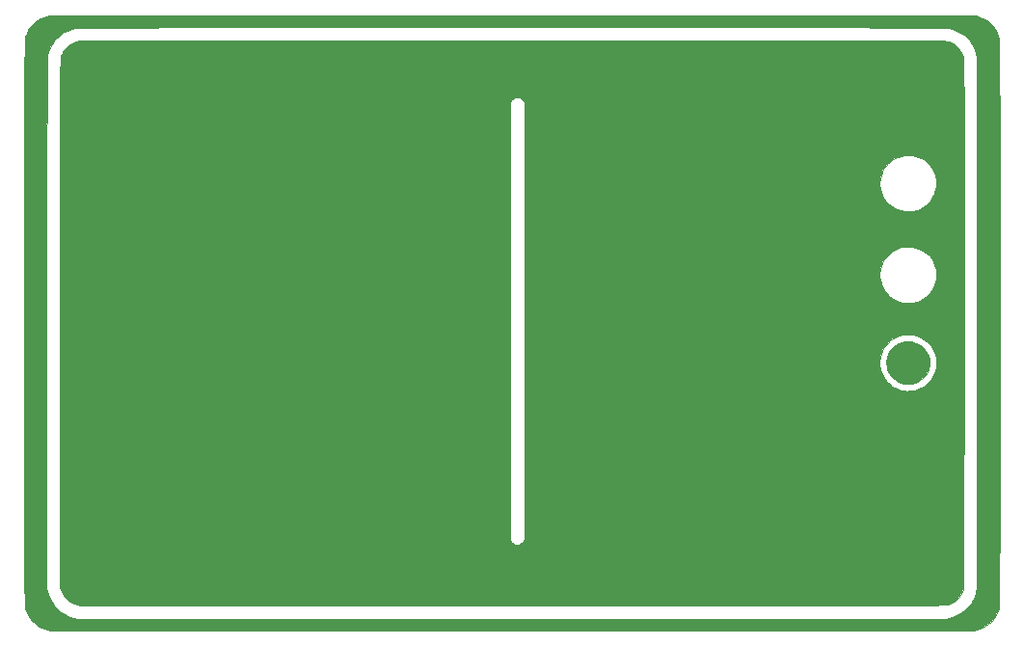
<source format=gbr>
%TF.GenerationSoftware,KiCad,Pcbnew,(5.1.9)-1*%
%TF.CreationDate,2021-11-12T20:27:24+01:00*%
%TF.ProjectId,drawing,64726177-696e-4672-9e6b-696361645f70,rev?*%
%TF.SameCoordinates,Original*%
%TF.FileFunction,Copper,L2,Bot*%
%TF.FilePolarity,Positive*%
%FSLAX46Y46*%
G04 Gerber Fmt 4.6, Leading zero omitted, Abs format (unit mm)*
G04 Created by KiCad (PCBNEW (5.1.9)-1) date 2021-11-12 20:27:25*
%MOMM*%
%LPD*%
G01*
G04 APERTURE LIST*
%TA.AperFunction,EtchedComponent*%
%ADD10C,0.010000*%
%TD*%
%TA.AperFunction,ComponentPad*%
%ADD11C,4.918463*%
%TD*%
G04 APERTURE END LIST*
D10*
%TO.C,G\u002A\u002A\u002A*%
G36*
X23322086Y23979173D02*
G01*
X24250645Y23979144D01*
X25147227Y23979096D01*
X26012377Y23979032D01*
X26846641Y23978948D01*
X27650563Y23978846D01*
X28424688Y23978726D01*
X29169562Y23978586D01*
X29885729Y23978426D01*
X30573735Y23978246D01*
X31234124Y23978046D01*
X31867443Y23977825D01*
X32474235Y23977583D01*
X33055046Y23977320D01*
X33610421Y23977035D01*
X34140905Y23976728D01*
X34647043Y23976399D01*
X35129380Y23976047D01*
X35588461Y23975672D01*
X36024832Y23975273D01*
X36439038Y23974850D01*
X36831622Y23974404D01*
X37203132Y23973933D01*
X37554111Y23973437D01*
X37885104Y23972915D01*
X38196658Y23972369D01*
X38489316Y23971796D01*
X38763625Y23971198D01*
X39020128Y23970572D01*
X39259371Y23969920D01*
X39481900Y23969240D01*
X39688259Y23968533D01*
X39878993Y23967798D01*
X40054647Y23967035D01*
X40215767Y23966243D01*
X40362897Y23965422D01*
X40496583Y23964572D01*
X40617370Y23963692D01*
X40725803Y23962782D01*
X40822426Y23961842D01*
X40907785Y23960870D01*
X40982425Y23959868D01*
X41046892Y23958835D01*
X41101729Y23957770D01*
X41147482Y23956672D01*
X41184697Y23955542D01*
X41213918Y23954380D01*
X41235691Y23953184D01*
X41250560Y23951955D01*
X41256081Y23951251D01*
X41579527Y23880593D01*
X41883414Y23772402D01*
X42168051Y23626525D01*
X42433751Y23442808D01*
X42622600Y23278364D01*
X42849491Y23035967D01*
X43037300Y22778876D01*
X43187082Y22504896D01*
X43299895Y22211834D01*
X43376796Y21897492D01*
X43412302Y21638529D01*
X43413375Y21606079D01*
X43414422Y21532319D01*
X43415443Y21418270D01*
X43416438Y21264956D01*
X43417407Y21073398D01*
X43418350Y20844619D01*
X43419266Y20579641D01*
X43420157Y20279487D01*
X43421022Y19945180D01*
X43421860Y19577742D01*
X43422673Y19178195D01*
X43423460Y18747561D01*
X43424220Y18286864D01*
X43424954Y17797125D01*
X43425662Y17279368D01*
X43426345Y16734614D01*
X43427001Y16163886D01*
X43427630Y15568207D01*
X43428234Y14948598D01*
X43428812Y14306083D01*
X43429364Y13641684D01*
X43429889Y12956424D01*
X43430388Y12251323D01*
X43430861Y11527407D01*
X43431308Y10785696D01*
X43431729Y10027213D01*
X43432124Y9252980D01*
X43432492Y8464021D01*
X43432835Y7661358D01*
X43433151Y6846012D01*
X43433441Y6019007D01*
X43433705Y5181364D01*
X43433943Y4334107D01*
X43434154Y3478258D01*
X43434339Y2614839D01*
X43434499Y1744873D01*
X43434631Y869382D01*
X43434738Y-10611D01*
X43434819Y-894084D01*
X43434873Y-1780015D01*
X43434901Y-2667380D01*
X43434903Y-3555158D01*
X43434878Y-4442326D01*
X43434828Y-5327862D01*
X43434751Y-6210743D01*
X43434647Y-7089947D01*
X43434518Y-7964450D01*
X43434362Y-8833232D01*
X43434180Y-9695269D01*
X43433972Y-10549538D01*
X43433738Y-11395018D01*
X43433477Y-12230686D01*
X43433190Y-13055520D01*
X43432877Y-13868496D01*
X43432537Y-14668593D01*
X43432171Y-15454789D01*
X43431779Y-16226059D01*
X43431360Y-16981383D01*
X43430915Y-17719738D01*
X43430444Y-18440101D01*
X43429947Y-19141450D01*
X43429423Y-19822762D01*
X43428873Y-20483015D01*
X43428296Y-21121186D01*
X43427693Y-21736254D01*
X43427064Y-22327195D01*
X43426409Y-22892987D01*
X43425727Y-23432607D01*
X43425019Y-23945034D01*
X43424284Y-24429245D01*
X43423523Y-24884216D01*
X43422736Y-25308927D01*
X43421922Y-25702353D01*
X43421082Y-26063474D01*
X43420215Y-26391266D01*
X43419322Y-26684707D01*
X43418403Y-26942774D01*
X43417457Y-27164446D01*
X43416485Y-27348699D01*
X43415486Y-27494511D01*
X43414461Y-27600860D01*
X43413410Y-27666722D01*
X43412542Y-27689656D01*
X43361638Y-28022425D01*
X43273732Y-28334804D01*
X43148373Y-28627762D01*
X42985110Y-28902267D01*
X42783492Y-29159288D01*
X42673546Y-29276142D01*
X42453670Y-29475474D01*
X42220893Y-29642381D01*
X41968822Y-29780394D01*
X41691064Y-29893047D01*
X41402000Y-29978679D01*
X41222084Y-30024135D01*
X719667Y-30027099D01*
X-609695Y-30027187D01*
X-1928127Y-30027255D01*
X-3234996Y-30027304D01*
X-4529668Y-30027334D01*
X-5811508Y-30027345D01*
X-7079882Y-30027337D01*
X-8334156Y-30027311D01*
X-9573697Y-30027267D01*
X-10797869Y-30027205D01*
X-12006038Y-30027125D01*
X-13197571Y-30027028D01*
X-14371834Y-30026914D01*
X-15528192Y-30026783D01*
X-16666011Y-30026635D01*
X-17784656Y-30026470D01*
X-18883495Y-30026290D01*
X-19961892Y-30026093D01*
X-21019214Y-30025880D01*
X-22054826Y-30025653D01*
X-23068094Y-30025409D01*
X-24058385Y-30025151D01*
X-25025063Y-30024878D01*
X-25967495Y-30024590D01*
X-26885047Y-30024288D01*
X-27777085Y-30023972D01*
X-28642974Y-30023642D01*
X-29482080Y-30023298D01*
X-30293769Y-30022941D01*
X-31077407Y-30022571D01*
X-31832360Y-30022188D01*
X-32557993Y-30021793D01*
X-33253674Y-30021384D01*
X-33918766Y-30020964D01*
X-34552637Y-30020532D01*
X-35154652Y-30020088D01*
X-35724177Y-30019632D01*
X-36260577Y-30019165D01*
X-36763220Y-30018688D01*
X-37231470Y-30018199D01*
X-37664693Y-30017700D01*
X-38062256Y-30017190D01*
X-38423524Y-30016671D01*
X-38747862Y-30016142D01*
X-39034638Y-30015603D01*
X-39283216Y-30015055D01*
X-39492963Y-30014497D01*
X-39663244Y-30013931D01*
X-39793426Y-30013356D01*
X-39882873Y-30012773D01*
X-39930953Y-30012182D01*
X-39939407Y-30011870D01*
X-40178862Y-29968942D01*
X-40429522Y-29896822D01*
X-40677767Y-29800605D01*
X-40909979Y-29685390D01*
X-41062564Y-29591523D01*
X-41321987Y-29390337D01*
X-41550719Y-29160930D01*
X-41747148Y-28905848D01*
X-41909661Y-28627637D01*
X-42036645Y-28328842D01*
X-42126486Y-28012010D01*
X-42153510Y-27869549D01*
X-42155097Y-27856343D01*
X-42156631Y-27836160D01*
X-42158112Y-27808301D01*
X-42159541Y-27772067D01*
X-42160920Y-27726758D01*
X-42162249Y-27671675D01*
X-42163529Y-27606119D01*
X-42164761Y-27529392D01*
X-42165945Y-27440794D01*
X-42167083Y-27339625D01*
X-42168176Y-27225187D01*
X-42169224Y-27096780D01*
X-42170229Y-26953706D01*
X-42171190Y-26795265D01*
X-42172110Y-26620757D01*
X-42172989Y-26429485D01*
X-42173827Y-26220749D01*
X-42174626Y-25993848D01*
X-42175387Y-25748086D01*
X-42176110Y-25482761D01*
X-42176796Y-25197176D01*
X-42177447Y-24890631D01*
X-42178062Y-24562426D01*
X-42178644Y-24211863D01*
X-42179192Y-23838243D01*
X-42179708Y-23440866D01*
X-42180193Y-23019033D01*
X-42180647Y-22572045D01*
X-42181071Y-22099203D01*
X-42181467Y-21599807D01*
X-42181834Y-21073160D01*
X-42182175Y-20518560D01*
X-42182489Y-19935310D01*
X-42182778Y-19322711D01*
X-42183043Y-18680062D01*
X-42183284Y-18006665D01*
X-42183502Y-17301820D01*
X-42183699Y-16564829D01*
X-42183875Y-15794993D01*
X-42184030Y-14991612D01*
X-42184167Y-14153986D01*
X-42184285Y-13281418D01*
X-42184386Y-12373208D01*
X-42184470Y-11428656D01*
X-42184538Y-10447063D01*
X-42184592Y-9427731D01*
X-42184632Y-8369960D01*
X-42184659Y-7273051D01*
X-42184674Y-6136305D01*
X-42184677Y-4959023D01*
X-42184670Y-3740505D01*
X-42184663Y-3048000D01*
X-40227250Y-3048000D01*
X-40227250Y-26299584D01*
X-40179490Y-26515238D01*
X-40080507Y-26869767D01*
X-39946189Y-27204175D01*
X-39778688Y-27516464D01*
X-39580161Y-27804633D01*
X-39352760Y-28066683D01*
X-39098641Y-28300617D01*
X-38819957Y-28504433D01*
X-38518864Y-28676133D01*
X-38197514Y-28813719D01*
X-37858063Y-28915190D01*
X-37528500Y-28975332D01*
X-37502838Y-28975921D01*
X-37435514Y-28976501D01*
X-37327199Y-28977074D01*
X-37178564Y-28977638D01*
X-36990280Y-28978193D01*
X-36763019Y-28978740D01*
X-36497452Y-28979277D01*
X-36194249Y-28979805D01*
X-35854082Y-28980323D01*
X-35477622Y-28980831D01*
X-35065541Y-28981329D01*
X-34618508Y-28981817D01*
X-34137197Y-28982294D01*
X-33622277Y-28982760D01*
X-33074420Y-28983215D01*
X-32494296Y-28983658D01*
X-31882578Y-28984089D01*
X-31239937Y-28984509D01*
X-30567043Y-28984916D01*
X-29864567Y-28985311D01*
X-29133181Y-28985692D01*
X-28373556Y-28986061D01*
X-27586364Y-28986417D01*
X-26772274Y-28986759D01*
X-25931959Y-28987087D01*
X-25066089Y-28987401D01*
X-24175337Y-28987700D01*
X-23260372Y-28987985D01*
X-22321866Y-28988256D01*
X-21360490Y-28988511D01*
X-20376915Y-28988750D01*
X-19371814Y-28988974D01*
X-18345855Y-28989183D01*
X-17299712Y-28989375D01*
X-16234054Y-28989550D01*
X-15149554Y-28989709D01*
X-14046882Y-28989851D01*
X-12926709Y-28989976D01*
X-11789707Y-28990083D01*
X-10636547Y-28990172D01*
X-9467899Y-28990244D01*
X-8284436Y-28990297D01*
X-7086828Y-28990332D01*
X-5875746Y-28990348D01*
X-4651861Y-28990345D01*
X-3415846Y-28990323D01*
X-2168370Y-28990281D01*
X-910105Y-28990220D01*
X358278Y-28990138D01*
X709084Y-28990112D01*
X38809084Y-28987206D01*
X39003696Y-28940772D01*
X39360906Y-28838112D01*
X39688572Y-28706989D01*
X39990000Y-28545645D01*
X40268496Y-28352318D01*
X40517394Y-28134956D01*
X40701272Y-27945107D01*
X40855696Y-27758015D01*
X40990388Y-27560400D01*
X41115074Y-27338981D01*
X41148356Y-27273250D01*
X41251312Y-27050131D01*
X41330585Y-26839503D01*
X41392080Y-26623578D01*
X41439816Y-26395085D01*
X41441686Y-26383144D01*
X41443491Y-26367955D01*
X41445232Y-26348779D01*
X41446911Y-26324874D01*
X41448527Y-26295499D01*
X41450083Y-26259914D01*
X41451579Y-26217378D01*
X41453018Y-26167149D01*
X41454399Y-26108487D01*
X41455724Y-26040650D01*
X41456994Y-25962899D01*
X41458211Y-25874491D01*
X41459375Y-25774686D01*
X41460488Y-25662744D01*
X41461550Y-25537922D01*
X41462564Y-25399481D01*
X41463529Y-25246679D01*
X41464448Y-25078776D01*
X41465322Y-24895030D01*
X41466150Y-24694700D01*
X41466936Y-24477046D01*
X41467679Y-24241327D01*
X41468381Y-23986802D01*
X41469044Y-23712729D01*
X41469667Y-23418368D01*
X41470254Y-23102979D01*
X41470803Y-22765819D01*
X41471318Y-22406148D01*
X41471798Y-22023226D01*
X41472246Y-21616311D01*
X41472661Y-21184663D01*
X41473046Y-20727539D01*
X41473401Y-20244201D01*
X41473728Y-19733906D01*
X41474028Y-19195913D01*
X41474302Y-18629482D01*
X41474551Y-18033873D01*
X41474776Y-17408343D01*
X41474978Y-16752152D01*
X41475159Y-16064559D01*
X41475320Y-15344823D01*
X41475462Y-14592203D01*
X41475585Y-13805959D01*
X41475692Y-12985349D01*
X41475783Y-12129632D01*
X41475859Y-11238068D01*
X41475922Y-10309916D01*
X41475973Y-9344434D01*
X41476012Y-8340882D01*
X41476042Y-7298519D01*
X41476062Y-6216603D01*
X41476076Y-5094395D01*
X41476082Y-3931153D01*
X41476084Y-3026834D01*
X41476081Y-1832174D01*
X41476073Y-679106D01*
X41476058Y433110D01*
X41476035Y1505215D01*
X41476003Y2537951D01*
X41475961Y3532058D01*
X41475908Y4488277D01*
X41475841Y5407350D01*
X41475762Y6290016D01*
X41475667Y7137018D01*
X41475556Y7949095D01*
X41475428Y8726989D01*
X41475282Y9471441D01*
X41475117Y10183192D01*
X41474931Y10862982D01*
X41474723Y11511553D01*
X41474492Y12129645D01*
X41474237Y12718000D01*
X41473957Y13277358D01*
X41473650Y13808460D01*
X41473317Y14312047D01*
X41472954Y14788861D01*
X41472562Y15239641D01*
X41472138Y15665129D01*
X41471683Y16066066D01*
X41471194Y16443193D01*
X41470671Y16797251D01*
X41470113Y17128980D01*
X41469517Y17439122D01*
X41468884Y17728417D01*
X41468212Y17997607D01*
X41467500Y18247432D01*
X41466746Y18478633D01*
X41465950Y18691951D01*
X41465111Y18888128D01*
X41464226Y19067903D01*
X41463296Y19232019D01*
X41462319Y19381215D01*
X41461293Y19516233D01*
X41460218Y19637814D01*
X41459093Y19746698D01*
X41457916Y19843627D01*
X41456686Y19929341D01*
X41455403Y20004582D01*
X41454064Y20070090D01*
X41452669Y20126607D01*
X41451216Y20174872D01*
X41449705Y20215628D01*
X41448135Y20249615D01*
X41446503Y20277573D01*
X41444810Y20300245D01*
X41443053Y20318370D01*
X41441232Y20332690D01*
X41439816Y20341418D01*
X41357991Y20695663D01*
X41244658Y21027415D01*
X41101180Y21333012D01*
X41017842Y21476009D01*
X40805672Y21776631D01*
X40564929Y22046425D01*
X40297158Y22284308D01*
X40003906Y22489201D01*
X39686717Y22660022D01*
X39347139Y22795691D01*
X38989000Y22894627D01*
X38981075Y22896215D01*
X38971593Y22897759D01*
X38959977Y22899262D01*
X38945650Y22900722D01*
X38928034Y22902141D01*
X38906551Y22903519D01*
X38880624Y22904857D01*
X38849675Y22906155D01*
X38813126Y22907414D01*
X38770401Y22908635D01*
X38720920Y22909818D01*
X38664108Y22910964D01*
X38599385Y22912074D01*
X38526175Y22913147D01*
X38443900Y22914185D01*
X38351982Y22915188D01*
X38249844Y22916156D01*
X38136907Y22917092D01*
X38012596Y22917994D01*
X37876330Y22918863D01*
X37727535Y22919701D01*
X37565630Y22920507D01*
X37390040Y22921283D01*
X37200186Y22922029D01*
X36995491Y22922745D01*
X36775377Y22923432D01*
X36539266Y22924091D01*
X36286581Y22924722D01*
X36016745Y22925327D01*
X35729179Y22925904D01*
X35423307Y22926456D01*
X35098550Y22926982D01*
X34754331Y22927484D01*
X34390072Y22927961D01*
X34005195Y22928415D01*
X33599124Y22928846D01*
X33171280Y22929255D01*
X32721086Y22929642D01*
X32247964Y22930007D01*
X31751337Y22930352D01*
X31230627Y22930678D01*
X30685256Y22930983D01*
X30114647Y22931270D01*
X29518222Y22931539D01*
X28895404Y22931790D01*
X28245614Y22932024D01*
X27568276Y22932242D01*
X26862812Y22932444D01*
X26128643Y22932630D01*
X25365193Y22932802D01*
X24571885Y22932960D01*
X23748139Y22933104D01*
X22893379Y22933236D01*
X22007027Y22933355D01*
X21088505Y22933463D01*
X20137237Y22933560D01*
X19152643Y22933646D01*
X18134147Y22933722D01*
X17081172Y22933789D01*
X15993138Y22933847D01*
X14869470Y22933897D01*
X13709588Y22933940D01*
X12512916Y22933975D01*
X11278876Y22934005D01*
X10006891Y22934028D01*
X8696382Y22934047D01*
X7346772Y22934061D01*
X5957484Y22934071D01*
X4527939Y22934077D01*
X3057561Y22934081D01*
X1545772Y22934083D01*
X624417Y22934083D01*
X-912937Y22934082D01*
X-2408534Y22934079D01*
X-3862951Y22934073D01*
X-5276767Y22934064D01*
X-6650557Y22934050D01*
X-7984899Y22934032D01*
X-9280369Y22934009D01*
X-10537545Y22933980D01*
X-11757004Y22933945D01*
X-12939322Y22933903D01*
X-14085077Y22933854D01*
X-15194846Y22933796D01*
X-16269205Y22933730D01*
X-17308732Y22933655D01*
X-18314004Y22933570D01*
X-19285597Y22933474D01*
X-20224089Y22933368D01*
X-21130056Y22933250D01*
X-22004076Y22933120D01*
X-22846726Y22932978D01*
X-23658582Y22932822D01*
X-24440222Y22932653D01*
X-25192223Y22932469D01*
X-25915161Y22932270D01*
X-26609614Y22932056D01*
X-27276158Y22931825D01*
X-27915371Y22931578D01*
X-28527830Y22931314D01*
X-29114111Y22931031D01*
X-29674792Y22930731D01*
X-30210449Y22930411D01*
X-30721660Y22930072D01*
X-31209002Y22929713D01*
X-31673051Y22929332D01*
X-32114385Y22928931D01*
X-32533581Y22928508D01*
X-32931215Y22928062D01*
X-33307864Y22927593D01*
X-33664107Y22927101D01*
X-34000518Y22926585D01*
X-34317677Y22926043D01*
X-34616159Y22925477D01*
X-34896541Y22924884D01*
X-35159401Y22924265D01*
X-35405316Y22923619D01*
X-35634862Y22922946D01*
X-35848617Y22922244D01*
X-36047158Y22921513D01*
X-36231061Y22920753D01*
X-36400903Y22919963D01*
X-36557262Y22919142D01*
X-36700715Y22918290D01*
X-36831838Y22917407D01*
X-36951209Y22916491D01*
X-37059404Y22915543D01*
X-37157001Y22914561D01*
X-37244577Y22913545D01*
X-37322707Y22912495D01*
X-37391971Y22911409D01*
X-37452944Y22910288D01*
X-37506204Y22909130D01*
X-37552327Y22907936D01*
X-37591891Y22906704D01*
X-37625472Y22905434D01*
X-37653647Y22904125D01*
X-37676995Y22902778D01*
X-37696091Y22901390D01*
X-37711512Y22899962D01*
X-37723836Y22898494D01*
X-37733639Y22896983D01*
X-37740166Y22895721D01*
X-38094354Y22801271D01*
X-38423231Y22673708D01*
X-38729757Y22511431D01*
X-39016893Y22312837D01*
X-39287599Y22076324D01*
X-39328450Y22035995D01*
X-39573709Y21762415D01*
X-39780178Y21472181D01*
X-39948441Y21164194D01*
X-40079079Y20837355D01*
X-40172676Y20490565D01*
X-40187652Y20415250D01*
X-40189686Y20403650D01*
X-40191650Y20390490D01*
X-40193544Y20375025D01*
X-40195370Y20356512D01*
X-40197129Y20334208D01*
X-40198821Y20307369D01*
X-40200450Y20275252D01*
X-40202014Y20237112D01*
X-40203517Y20192207D01*
X-40204959Y20139793D01*
X-40206342Y20079126D01*
X-40207666Y20009463D01*
X-40208933Y19930060D01*
X-40210144Y19840173D01*
X-40211301Y19739060D01*
X-40212404Y19625976D01*
X-40213456Y19500178D01*
X-40214456Y19360923D01*
X-40215408Y19207467D01*
X-40216310Y19039065D01*
X-40217166Y18854976D01*
X-40217976Y18654455D01*
X-40218742Y18436759D01*
X-40219464Y18201144D01*
X-40220144Y17946866D01*
X-40220784Y17673183D01*
X-40221384Y17379350D01*
X-40221946Y17064623D01*
X-40222471Y16728261D01*
X-40222960Y16369518D01*
X-40223415Y15987652D01*
X-40223836Y15581918D01*
X-40224226Y15151573D01*
X-40224584Y14695874D01*
X-40224914Y14214078D01*
X-40225215Y13705440D01*
X-40225489Y13169216D01*
X-40225738Y12604665D01*
X-40225962Y12011041D01*
X-40226163Y11387602D01*
X-40226342Y10733603D01*
X-40226500Y10048302D01*
X-40226639Y9330954D01*
X-40226760Y8580817D01*
X-40226864Y7797146D01*
X-40226952Y6979198D01*
X-40227026Y6126230D01*
X-40227086Y5237498D01*
X-40227135Y4312258D01*
X-40227173Y3349767D01*
X-40227202Y2349281D01*
X-40227223Y1310057D01*
X-40227237Y231352D01*
X-40227245Y-887579D01*
X-40227249Y-2047479D01*
X-40227250Y-3048000D01*
X-42184663Y-3048000D01*
X-42184662Y-3026834D01*
X-42184625Y-1631578D01*
X-42184552Y-275777D01*
X-42184444Y1040483D01*
X-42184299Y2317115D01*
X-42184120Y3554034D01*
X-42183904Y4751154D01*
X-42183654Y5908389D01*
X-42183368Y7025651D01*
X-42183047Y8102857D01*
X-42182690Y9139918D01*
X-42182299Y10136749D01*
X-42181872Y11093265D01*
X-42181411Y12009378D01*
X-42180915Y12885003D01*
X-42180383Y13720054D01*
X-42179818Y14514445D01*
X-42179217Y15268089D01*
X-42178582Y15980900D01*
X-42177912Y16652792D01*
X-42177208Y17283680D01*
X-42176470Y17873477D01*
X-42175697Y18422097D01*
X-42174890Y18929453D01*
X-42174049Y19395461D01*
X-42173174Y19820033D01*
X-42172265Y20203083D01*
X-42171322Y20544526D01*
X-42170345Y20844275D01*
X-42169335Y21102245D01*
X-42168290Y21318348D01*
X-42167212Y21492500D01*
X-42166101Y21624613D01*
X-42164956Y21714603D01*
X-42163778Y21762382D01*
X-42163262Y21769916D01*
X-42097610Y22087808D01*
X-41993939Y22393160D01*
X-41854512Y22681804D01*
X-41681589Y22949571D01*
X-41477431Y23192293D01*
X-41301629Y23358424D01*
X-41039717Y23555865D01*
X-40757562Y23717755D01*
X-40452051Y23845706D01*
X-40230037Y23913975D01*
X-40015583Y23971250D01*
X518584Y23977093D01*
X2115935Y23977320D01*
X3671498Y23977537D01*
X5185818Y23977741D01*
X6659440Y23977934D01*
X8092909Y23978114D01*
X9486769Y23978282D01*
X10841567Y23978436D01*
X12157848Y23978577D01*
X13436155Y23978704D01*
X14677035Y23978818D01*
X15881032Y23978916D01*
X17048692Y23979000D01*
X18180559Y23979069D01*
X19277179Y23979122D01*
X20339096Y23979159D01*
X21366856Y23979181D01*
X22361005Y23979185D01*
X23322086Y23979173D01*
G37*
X23322086Y23979173D02*
X24250645Y23979144D01*
X25147227Y23979096D01*
X26012377Y23979032D01*
X26846641Y23978948D01*
X27650563Y23978846D01*
X28424688Y23978726D01*
X29169562Y23978586D01*
X29885729Y23978426D01*
X30573735Y23978246D01*
X31234124Y23978046D01*
X31867443Y23977825D01*
X32474235Y23977583D01*
X33055046Y23977320D01*
X33610421Y23977035D01*
X34140905Y23976728D01*
X34647043Y23976399D01*
X35129380Y23976047D01*
X35588461Y23975672D01*
X36024832Y23975273D01*
X36439038Y23974850D01*
X36831622Y23974404D01*
X37203132Y23973933D01*
X37554111Y23973437D01*
X37885104Y23972915D01*
X38196658Y23972369D01*
X38489316Y23971796D01*
X38763625Y23971198D01*
X39020128Y23970572D01*
X39259371Y23969920D01*
X39481900Y23969240D01*
X39688259Y23968533D01*
X39878993Y23967798D01*
X40054647Y23967035D01*
X40215767Y23966243D01*
X40362897Y23965422D01*
X40496583Y23964572D01*
X40617370Y23963692D01*
X40725803Y23962782D01*
X40822426Y23961842D01*
X40907785Y23960870D01*
X40982425Y23959868D01*
X41046892Y23958835D01*
X41101729Y23957770D01*
X41147482Y23956672D01*
X41184697Y23955542D01*
X41213918Y23954380D01*
X41235691Y23953184D01*
X41250560Y23951955D01*
X41256081Y23951251D01*
X41579527Y23880593D01*
X41883414Y23772402D01*
X42168051Y23626525D01*
X42433751Y23442808D01*
X42622600Y23278364D01*
X42849491Y23035967D01*
X43037300Y22778876D01*
X43187082Y22504896D01*
X43299895Y22211834D01*
X43376796Y21897492D01*
X43412302Y21638529D01*
X43413375Y21606079D01*
X43414422Y21532319D01*
X43415443Y21418270D01*
X43416438Y21264956D01*
X43417407Y21073398D01*
X43418350Y20844619D01*
X43419266Y20579641D01*
X43420157Y20279487D01*
X43421022Y19945180D01*
X43421860Y19577742D01*
X43422673Y19178195D01*
X43423460Y18747561D01*
X43424220Y18286864D01*
X43424954Y17797125D01*
X43425662Y17279368D01*
X43426345Y16734614D01*
X43427001Y16163886D01*
X43427630Y15568207D01*
X43428234Y14948598D01*
X43428812Y14306083D01*
X43429364Y13641684D01*
X43429889Y12956424D01*
X43430388Y12251323D01*
X43430861Y11527407D01*
X43431308Y10785696D01*
X43431729Y10027213D01*
X43432124Y9252980D01*
X43432492Y8464021D01*
X43432835Y7661358D01*
X43433151Y6846012D01*
X43433441Y6019007D01*
X43433705Y5181364D01*
X43433943Y4334107D01*
X43434154Y3478258D01*
X43434339Y2614839D01*
X43434499Y1744873D01*
X43434631Y869382D01*
X43434738Y-10611D01*
X43434819Y-894084D01*
X43434873Y-1780015D01*
X43434901Y-2667380D01*
X43434903Y-3555158D01*
X43434878Y-4442326D01*
X43434828Y-5327862D01*
X43434751Y-6210743D01*
X43434647Y-7089947D01*
X43434518Y-7964450D01*
X43434362Y-8833232D01*
X43434180Y-9695269D01*
X43433972Y-10549538D01*
X43433738Y-11395018D01*
X43433477Y-12230686D01*
X43433190Y-13055520D01*
X43432877Y-13868496D01*
X43432537Y-14668593D01*
X43432171Y-15454789D01*
X43431779Y-16226059D01*
X43431360Y-16981383D01*
X43430915Y-17719738D01*
X43430444Y-18440101D01*
X43429947Y-19141450D01*
X43429423Y-19822762D01*
X43428873Y-20483015D01*
X43428296Y-21121186D01*
X43427693Y-21736254D01*
X43427064Y-22327195D01*
X43426409Y-22892987D01*
X43425727Y-23432607D01*
X43425019Y-23945034D01*
X43424284Y-24429245D01*
X43423523Y-24884216D01*
X43422736Y-25308927D01*
X43421922Y-25702353D01*
X43421082Y-26063474D01*
X43420215Y-26391266D01*
X43419322Y-26684707D01*
X43418403Y-26942774D01*
X43417457Y-27164446D01*
X43416485Y-27348699D01*
X43415486Y-27494511D01*
X43414461Y-27600860D01*
X43413410Y-27666722D01*
X43412542Y-27689656D01*
X43361638Y-28022425D01*
X43273732Y-28334804D01*
X43148373Y-28627762D01*
X42985110Y-28902267D01*
X42783492Y-29159288D01*
X42673546Y-29276142D01*
X42453670Y-29475474D01*
X42220893Y-29642381D01*
X41968822Y-29780394D01*
X41691064Y-29893047D01*
X41402000Y-29978679D01*
X41222084Y-30024135D01*
X719667Y-30027099D01*
X-609695Y-30027187D01*
X-1928127Y-30027255D01*
X-3234996Y-30027304D01*
X-4529668Y-30027334D01*
X-5811508Y-30027345D01*
X-7079882Y-30027337D01*
X-8334156Y-30027311D01*
X-9573697Y-30027267D01*
X-10797869Y-30027205D01*
X-12006038Y-30027125D01*
X-13197571Y-30027028D01*
X-14371834Y-30026914D01*
X-15528192Y-30026783D01*
X-16666011Y-30026635D01*
X-17784656Y-30026470D01*
X-18883495Y-30026290D01*
X-19961892Y-30026093D01*
X-21019214Y-30025880D01*
X-22054826Y-30025653D01*
X-23068094Y-30025409D01*
X-24058385Y-30025151D01*
X-25025063Y-30024878D01*
X-25967495Y-30024590D01*
X-26885047Y-30024288D01*
X-27777085Y-30023972D01*
X-28642974Y-30023642D01*
X-29482080Y-30023298D01*
X-30293769Y-30022941D01*
X-31077407Y-30022571D01*
X-31832360Y-30022188D01*
X-32557993Y-30021793D01*
X-33253674Y-30021384D01*
X-33918766Y-30020964D01*
X-34552637Y-30020532D01*
X-35154652Y-30020088D01*
X-35724177Y-30019632D01*
X-36260577Y-30019165D01*
X-36763220Y-30018688D01*
X-37231470Y-30018199D01*
X-37664693Y-30017700D01*
X-38062256Y-30017190D01*
X-38423524Y-30016671D01*
X-38747862Y-30016142D01*
X-39034638Y-30015603D01*
X-39283216Y-30015055D01*
X-39492963Y-30014497D01*
X-39663244Y-30013931D01*
X-39793426Y-30013356D01*
X-39882873Y-30012773D01*
X-39930953Y-30012182D01*
X-39939407Y-30011870D01*
X-40178862Y-29968942D01*
X-40429522Y-29896822D01*
X-40677767Y-29800605D01*
X-40909979Y-29685390D01*
X-41062564Y-29591523D01*
X-41321987Y-29390337D01*
X-41550719Y-29160930D01*
X-41747148Y-28905848D01*
X-41909661Y-28627637D01*
X-42036645Y-28328842D01*
X-42126486Y-28012010D01*
X-42153510Y-27869549D01*
X-42155097Y-27856343D01*
X-42156631Y-27836160D01*
X-42158112Y-27808301D01*
X-42159541Y-27772067D01*
X-42160920Y-27726758D01*
X-42162249Y-27671675D01*
X-42163529Y-27606119D01*
X-42164761Y-27529392D01*
X-42165945Y-27440794D01*
X-42167083Y-27339625D01*
X-42168176Y-27225187D01*
X-42169224Y-27096780D01*
X-42170229Y-26953706D01*
X-42171190Y-26795265D01*
X-42172110Y-26620757D01*
X-42172989Y-26429485D01*
X-42173827Y-26220749D01*
X-42174626Y-25993848D01*
X-42175387Y-25748086D01*
X-42176110Y-25482761D01*
X-42176796Y-25197176D01*
X-42177447Y-24890631D01*
X-42178062Y-24562426D01*
X-42178644Y-24211863D01*
X-42179192Y-23838243D01*
X-42179708Y-23440866D01*
X-42180193Y-23019033D01*
X-42180647Y-22572045D01*
X-42181071Y-22099203D01*
X-42181467Y-21599807D01*
X-42181834Y-21073160D01*
X-42182175Y-20518560D01*
X-42182489Y-19935310D01*
X-42182778Y-19322711D01*
X-42183043Y-18680062D01*
X-42183284Y-18006665D01*
X-42183502Y-17301820D01*
X-42183699Y-16564829D01*
X-42183875Y-15794993D01*
X-42184030Y-14991612D01*
X-42184167Y-14153986D01*
X-42184285Y-13281418D01*
X-42184386Y-12373208D01*
X-42184470Y-11428656D01*
X-42184538Y-10447063D01*
X-42184592Y-9427731D01*
X-42184632Y-8369960D01*
X-42184659Y-7273051D01*
X-42184674Y-6136305D01*
X-42184677Y-4959023D01*
X-42184670Y-3740505D01*
X-42184663Y-3048000D01*
X-40227250Y-3048000D01*
X-40227250Y-26299584D01*
X-40179490Y-26515238D01*
X-40080507Y-26869767D01*
X-39946189Y-27204175D01*
X-39778688Y-27516464D01*
X-39580161Y-27804633D01*
X-39352760Y-28066683D01*
X-39098641Y-28300617D01*
X-38819957Y-28504433D01*
X-38518864Y-28676133D01*
X-38197514Y-28813719D01*
X-37858063Y-28915190D01*
X-37528500Y-28975332D01*
X-37502838Y-28975921D01*
X-37435514Y-28976501D01*
X-37327199Y-28977074D01*
X-37178564Y-28977638D01*
X-36990280Y-28978193D01*
X-36763019Y-28978740D01*
X-36497452Y-28979277D01*
X-36194249Y-28979805D01*
X-35854082Y-28980323D01*
X-35477622Y-28980831D01*
X-35065541Y-28981329D01*
X-34618508Y-28981817D01*
X-34137197Y-28982294D01*
X-33622277Y-28982760D01*
X-33074420Y-28983215D01*
X-32494296Y-28983658D01*
X-31882578Y-28984089D01*
X-31239937Y-28984509D01*
X-30567043Y-28984916D01*
X-29864567Y-28985311D01*
X-29133181Y-28985692D01*
X-28373556Y-28986061D01*
X-27586364Y-28986417D01*
X-26772274Y-28986759D01*
X-25931959Y-28987087D01*
X-25066089Y-28987401D01*
X-24175337Y-28987700D01*
X-23260372Y-28987985D01*
X-22321866Y-28988256D01*
X-21360490Y-28988511D01*
X-20376915Y-28988750D01*
X-19371814Y-28988974D01*
X-18345855Y-28989183D01*
X-17299712Y-28989375D01*
X-16234054Y-28989550D01*
X-15149554Y-28989709D01*
X-14046882Y-28989851D01*
X-12926709Y-28989976D01*
X-11789707Y-28990083D01*
X-10636547Y-28990172D01*
X-9467899Y-28990244D01*
X-8284436Y-28990297D01*
X-7086828Y-28990332D01*
X-5875746Y-28990348D01*
X-4651861Y-28990345D01*
X-3415846Y-28990323D01*
X-2168370Y-28990281D01*
X-910105Y-28990220D01*
X358278Y-28990138D01*
X709084Y-28990112D01*
X38809084Y-28987206D01*
X39003696Y-28940772D01*
X39360906Y-28838112D01*
X39688572Y-28706989D01*
X39990000Y-28545645D01*
X40268496Y-28352318D01*
X40517394Y-28134956D01*
X40701272Y-27945107D01*
X40855696Y-27758015D01*
X40990388Y-27560400D01*
X41115074Y-27338981D01*
X41148356Y-27273250D01*
X41251312Y-27050131D01*
X41330585Y-26839503D01*
X41392080Y-26623578D01*
X41439816Y-26395085D01*
X41441686Y-26383144D01*
X41443491Y-26367955D01*
X41445232Y-26348779D01*
X41446911Y-26324874D01*
X41448527Y-26295499D01*
X41450083Y-26259914D01*
X41451579Y-26217378D01*
X41453018Y-26167149D01*
X41454399Y-26108487D01*
X41455724Y-26040650D01*
X41456994Y-25962899D01*
X41458211Y-25874491D01*
X41459375Y-25774686D01*
X41460488Y-25662744D01*
X41461550Y-25537922D01*
X41462564Y-25399481D01*
X41463529Y-25246679D01*
X41464448Y-25078776D01*
X41465322Y-24895030D01*
X41466150Y-24694700D01*
X41466936Y-24477046D01*
X41467679Y-24241327D01*
X41468381Y-23986802D01*
X41469044Y-23712729D01*
X41469667Y-23418368D01*
X41470254Y-23102979D01*
X41470803Y-22765819D01*
X41471318Y-22406148D01*
X41471798Y-22023226D01*
X41472246Y-21616311D01*
X41472661Y-21184663D01*
X41473046Y-20727539D01*
X41473401Y-20244201D01*
X41473728Y-19733906D01*
X41474028Y-19195913D01*
X41474302Y-18629482D01*
X41474551Y-18033873D01*
X41474776Y-17408343D01*
X41474978Y-16752152D01*
X41475159Y-16064559D01*
X41475320Y-15344823D01*
X41475462Y-14592203D01*
X41475585Y-13805959D01*
X41475692Y-12985349D01*
X41475783Y-12129632D01*
X41475859Y-11238068D01*
X41475922Y-10309916D01*
X41475973Y-9344434D01*
X41476012Y-8340882D01*
X41476042Y-7298519D01*
X41476062Y-6216603D01*
X41476076Y-5094395D01*
X41476082Y-3931153D01*
X41476084Y-3026834D01*
X41476081Y-1832174D01*
X41476073Y-679106D01*
X41476058Y433110D01*
X41476035Y1505215D01*
X41476003Y2537951D01*
X41475961Y3532058D01*
X41475908Y4488277D01*
X41475841Y5407350D01*
X41475762Y6290016D01*
X41475667Y7137018D01*
X41475556Y7949095D01*
X41475428Y8726989D01*
X41475282Y9471441D01*
X41475117Y10183192D01*
X41474931Y10862982D01*
X41474723Y11511553D01*
X41474492Y12129645D01*
X41474237Y12718000D01*
X41473957Y13277358D01*
X41473650Y13808460D01*
X41473317Y14312047D01*
X41472954Y14788861D01*
X41472562Y15239641D01*
X41472138Y15665129D01*
X41471683Y16066066D01*
X41471194Y16443193D01*
X41470671Y16797251D01*
X41470113Y17128980D01*
X41469517Y17439122D01*
X41468884Y17728417D01*
X41468212Y17997607D01*
X41467500Y18247432D01*
X41466746Y18478633D01*
X41465950Y18691951D01*
X41465111Y18888128D01*
X41464226Y19067903D01*
X41463296Y19232019D01*
X41462319Y19381215D01*
X41461293Y19516233D01*
X41460218Y19637814D01*
X41459093Y19746698D01*
X41457916Y19843627D01*
X41456686Y19929341D01*
X41455403Y20004582D01*
X41454064Y20070090D01*
X41452669Y20126607D01*
X41451216Y20174872D01*
X41449705Y20215628D01*
X41448135Y20249615D01*
X41446503Y20277573D01*
X41444810Y20300245D01*
X41443053Y20318370D01*
X41441232Y20332690D01*
X41439816Y20341418D01*
X41357991Y20695663D01*
X41244658Y21027415D01*
X41101180Y21333012D01*
X41017842Y21476009D01*
X40805672Y21776631D01*
X40564929Y22046425D01*
X40297158Y22284308D01*
X40003906Y22489201D01*
X39686717Y22660022D01*
X39347139Y22795691D01*
X38989000Y22894627D01*
X38981075Y22896215D01*
X38971593Y22897759D01*
X38959977Y22899262D01*
X38945650Y22900722D01*
X38928034Y22902141D01*
X38906551Y22903519D01*
X38880624Y22904857D01*
X38849675Y22906155D01*
X38813126Y22907414D01*
X38770401Y22908635D01*
X38720920Y22909818D01*
X38664108Y22910964D01*
X38599385Y22912074D01*
X38526175Y22913147D01*
X38443900Y22914185D01*
X38351982Y22915188D01*
X38249844Y22916156D01*
X38136907Y22917092D01*
X38012596Y22917994D01*
X37876330Y22918863D01*
X37727535Y22919701D01*
X37565630Y22920507D01*
X37390040Y22921283D01*
X37200186Y22922029D01*
X36995491Y22922745D01*
X36775377Y22923432D01*
X36539266Y22924091D01*
X36286581Y22924722D01*
X36016745Y22925327D01*
X35729179Y22925904D01*
X35423307Y22926456D01*
X35098550Y22926982D01*
X34754331Y22927484D01*
X34390072Y22927961D01*
X34005195Y22928415D01*
X33599124Y22928846D01*
X33171280Y22929255D01*
X32721086Y22929642D01*
X32247964Y22930007D01*
X31751337Y22930352D01*
X31230627Y22930678D01*
X30685256Y22930983D01*
X30114647Y22931270D01*
X29518222Y22931539D01*
X28895404Y22931790D01*
X28245614Y22932024D01*
X27568276Y22932242D01*
X26862812Y22932444D01*
X26128643Y22932630D01*
X25365193Y22932802D01*
X24571885Y22932960D01*
X23748139Y22933104D01*
X22893379Y22933236D01*
X22007027Y22933355D01*
X21088505Y22933463D01*
X20137237Y22933560D01*
X19152643Y22933646D01*
X18134147Y22933722D01*
X17081172Y22933789D01*
X15993138Y22933847D01*
X14869470Y22933897D01*
X13709588Y22933940D01*
X12512916Y22933975D01*
X11278876Y22934005D01*
X10006891Y22934028D01*
X8696382Y22934047D01*
X7346772Y22934061D01*
X5957484Y22934071D01*
X4527939Y22934077D01*
X3057561Y22934081D01*
X1545772Y22934083D01*
X624417Y22934083D01*
X-912937Y22934082D01*
X-2408534Y22934079D01*
X-3862951Y22934073D01*
X-5276767Y22934064D01*
X-6650557Y22934050D01*
X-7984899Y22934032D01*
X-9280369Y22934009D01*
X-10537545Y22933980D01*
X-11757004Y22933945D01*
X-12939322Y22933903D01*
X-14085077Y22933854D01*
X-15194846Y22933796D01*
X-16269205Y22933730D01*
X-17308732Y22933655D01*
X-18314004Y22933570D01*
X-19285597Y22933474D01*
X-20224089Y22933368D01*
X-21130056Y22933250D01*
X-22004076Y22933120D01*
X-22846726Y22932978D01*
X-23658582Y22932822D01*
X-24440222Y22932653D01*
X-25192223Y22932469D01*
X-25915161Y22932270D01*
X-26609614Y22932056D01*
X-27276158Y22931825D01*
X-27915371Y22931578D01*
X-28527830Y22931314D01*
X-29114111Y22931031D01*
X-29674792Y22930731D01*
X-30210449Y22930411D01*
X-30721660Y22930072D01*
X-31209002Y22929713D01*
X-31673051Y22929332D01*
X-32114385Y22928931D01*
X-32533581Y22928508D01*
X-32931215Y22928062D01*
X-33307864Y22927593D01*
X-33664107Y22927101D01*
X-34000518Y22926585D01*
X-34317677Y22926043D01*
X-34616159Y22925477D01*
X-34896541Y22924884D01*
X-35159401Y22924265D01*
X-35405316Y22923619D01*
X-35634862Y22922946D01*
X-35848617Y22922244D01*
X-36047158Y22921513D01*
X-36231061Y22920753D01*
X-36400903Y22919963D01*
X-36557262Y22919142D01*
X-36700715Y22918290D01*
X-36831838Y22917407D01*
X-36951209Y22916491D01*
X-37059404Y22915543D01*
X-37157001Y22914561D01*
X-37244577Y22913545D01*
X-37322707Y22912495D01*
X-37391971Y22911409D01*
X-37452944Y22910288D01*
X-37506204Y22909130D01*
X-37552327Y22907936D01*
X-37591891Y22906704D01*
X-37625472Y22905434D01*
X-37653647Y22904125D01*
X-37676995Y22902778D01*
X-37696091Y22901390D01*
X-37711512Y22899962D01*
X-37723836Y22898494D01*
X-37733639Y22896983D01*
X-37740166Y22895721D01*
X-38094354Y22801271D01*
X-38423231Y22673708D01*
X-38729757Y22511431D01*
X-39016893Y22312837D01*
X-39287599Y22076324D01*
X-39328450Y22035995D01*
X-39573709Y21762415D01*
X-39780178Y21472181D01*
X-39948441Y21164194D01*
X-40079079Y20837355D01*
X-40172676Y20490565D01*
X-40187652Y20415250D01*
X-40189686Y20403650D01*
X-40191650Y20390490D01*
X-40193544Y20375025D01*
X-40195370Y20356512D01*
X-40197129Y20334208D01*
X-40198821Y20307369D01*
X-40200450Y20275252D01*
X-40202014Y20237112D01*
X-40203517Y20192207D01*
X-40204959Y20139793D01*
X-40206342Y20079126D01*
X-40207666Y20009463D01*
X-40208933Y19930060D01*
X-40210144Y19840173D01*
X-40211301Y19739060D01*
X-40212404Y19625976D01*
X-40213456Y19500178D01*
X-40214456Y19360923D01*
X-40215408Y19207467D01*
X-40216310Y19039065D01*
X-40217166Y18854976D01*
X-40217976Y18654455D01*
X-40218742Y18436759D01*
X-40219464Y18201144D01*
X-40220144Y17946866D01*
X-40220784Y17673183D01*
X-40221384Y17379350D01*
X-40221946Y17064623D01*
X-40222471Y16728261D01*
X-40222960Y16369518D01*
X-40223415Y15987652D01*
X-40223836Y15581918D01*
X-40224226Y15151573D01*
X-40224584Y14695874D01*
X-40224914Y14214078D01*
X-40225215Y13705440D01*
X-40225489Y13169216D01*
X-40225738Y12604665D01*
X-40225962Y12011041D01*
X-40226163Y11387602D01*
X-40226342Y10733603D01*
X-40226500Y10048302D01*
X-40226639Y9330954D01*
X-40226760Y8580817D01*
X-40226864Y7797146D01*
X-40226952Y6979198D01*
X-40227026Y6126230D01*
X-40227086Y5237498D01*
X-40227135Y4312258D01*
X-40227173Y3349767D01*
X-40227202Y2349281D01*
X-40227223Y1310057D01*
X-40227237Y231352D01*
X-40227245Y-887579D01*
X-40227249Y-2047479D01*
X-40227250Y-3048000D01*
X-42184663Y-3048000D01*
X-42184662Y-3026834D01*
X-42184625Y-1631578D01*
X-42184552Y-275777D01*
X-42184444Y1040483D01*
X-42184299Y2317115D01*
X-42184120Y3554034D01*
X-42183904Y4751154D01*
X-42183654Y5908389D01*
X-42183368Y7025651D01*
X-42183047Y8102857D01*
X-42182690Y9139918D01*
X-42182299Y10136749D01*
X-42181872Y11093265D01*
X-42181411Y12009378D01*
X-42180915Y12885003D01*
X-42180383Y13720054D01*
X-42179818Y14514445D01*
X-42179217Y15268089D01*
X-42178582Y15980900D01*
X-42177912Y16652792D01*
X-42177208Y17283680D01*
X-42176470Y17873477D01*
X-42175697Y18422097D01*
X-42174890Y18929453D01*
X-42174049Y19395461D01*
X-42173174Y19820033D01*
X-42172265Y20203083D01*
X-42171322Y20544526D01*
X-42170345Y20844275D01*
X-42169335Y21102245D01*
X-42168290Y21318348D01*
X-42167212Y21492500D01*
X-42166101Y21624613D01*
X-42164956Y21714603D01*
X-42163778Y21762382D01*
X-42163262Y21769916D01*
X-42097610Y22087808D01*
X-41993939Y22393160D01*
X-41854512Y22681804D01*
X-41681589Y22949571D01*
X-41477431Y23192293D01*
X-41301629Y23358424D01*
X-41039717Y23555865D01*
X-40757562Y23717755D01*
X-40452051Y23845706D01*
X-40230037Y23913975D01*
X-40015583Y23971250D01*
X518584Y23977093D01*
X2115935Y23977320D01*
X3671498Y23977537D01*
X5185818Y23977741D01*
X6659440Y23977934D01*
X8092909Y23978114D01*
X9486769Y23978282D01*
X10841567Y23978436D01*
X12157848Y23978577D01*
X13436155Y23978704D01*
X14677035Y23978818D01*
X15881032Y23978916D01*
X17048692Y23979000D01*
X18180559Y23979069D01*
X19277179Y23979122D01*
X20339096Y23979159D01*
X21366856Y23979181D01*
X22361005Y23979185D01*
X23322086Y23979173D01*
G36*
X17106483Y21777269D02*
G01*
X18375498Y21777230D01*
X19604092Y21777163D01*
X20792423Y21777067D01*
X21940651Y21776943D01*
X23048935Y21776790D01*
X24117434Y21776609D01*
X25146308Y21776400D01*
X26135716Y21776161D01*
X27085817Y21775894D01*
X27996770Y21775599D01*
X28868736Y21775274D01*
X29701872Y21774921D01*
X30496339Y21774538D01*
X31252296Y21774127D01*
X31969902Y21773686D01*
X32649316Y21773217D01*
X33290697Y21772718D01*
X33894206Y21772190D01*
X34460000Y21771632D01*
X34988240Y21771045D01*
X35479085Y21770428D01*
X35932694Y21769782D01*
X36349226Y21769107D01*
X36728841Y21768401D01*
X37071698Y21767666D01*
X37377956Y21766901D01*
X37647774Y21766106D01*
X37881312Y21765281D01*
X38078730Y21764426D01*
X38240186Y21763541D01*
X38365839Y21762626D01*
X38455849Y21761681D01*
X38510376Y21760705D01*
X38527759Y21759984D01*
X38684693Y21740949D01*
X38834704Y21713402D01*
X38951092Y21683311D01*
X39214715Y21579762D01*
X39455473Y21442089D01*
X39670894Y21273267D01*
X39858508Y21076270D01*
X40015842Y20854070D01*
X40140426Y20609642D01*
X40229788Y20345959D01*
X40279235Y20085107D01*
X40280561Y20062885D01*
X40281836Y20018185D01*
X40283062Y19950497D01*
X40284238Y19859309D01*
X40285365Y19744108D01*
X40286444Y19604385D01*
X40287474Y19439626D01*
X40288456Y19249322D01*
X40289390Y19032959D01*
X40290277Y18790027D01*
X40291118Y18520015D01*
X40291912Y18222410D01*
X40292660Y17896700D01*
X40293363Y17542376D01*
X40294020Y17158925D01*
X40294633Y16745835D01*
X40295201Y16302595D01*
X40295725Y15828693D01*
X40296205Y15323619D01*
X40296642Y14786860D01*
X40297037Y14217904D01*
X40297388Y13616242D01*
X40297698Y12981360D01*
X40297966Y12312747D01*
X40298193Y11609892D01*
X40298378Y10872284D01*
X40298524Y10099410D01*
X40298629Y9290760D01*
X40298694Y8445821D01*
X40298720Y7564083D01*
X40298707Y6645033D01*
X40298655Y5688160D01*
X40298565Y4692953D01*
X40298438Y3658900D01*
X40298273Y2585490D01*
X40298071Y1472211D01*
X40297832Y318551D01*
X40297557Y-876000D01*
X40297246Y-2111955D01*
X40296966Y-3153834D01*
X40290588Y-26193750D01*
X40243021Y-26369812D01*
X40148451Y-26644035D01*
X40019524Y-26896765D01*
X39858290Y-27124882D01*
X39666795Y-27325267D01*
X39554756Y-27418377D01*
X39424841Y-27506356D01*
X39268770Y-27594123D01*
X39102053Y-27673960D01*
X38940198Y-27738152D01*
X38862000Y-27763102D01*
X38855744Y-27764687D01*
X38847835Y-27766228D01*
X38837696Y-27767728D01*
X38824748Y-27769186D01*
X38808414Y-27770603D01*
X38788116Y-27771980D01*
X38763276Y-27773317D01*
X38733316Y-27774614D01*
X38697659Y-27775874D01*
X38655725Y-27777095D01*
X38606939Y-27778280D01*
X38550721Y-27779428D01*
X38486494Y-27780540D01*
X38413680Y-27781617D01*
X38331701Y-27782660D01*
X38239980Y-27783668D01*
X38137938Y-27784644D01*
X38024997Y-27785586D01*
X37900580Y-27786497D01*
X37764109Y-27787377D01*
X37615006Y-27788226D01*
X37452693Y-27789045D01*
X37276592Y-27789835D01*
X37086126Y-27790596D01*
X36880716Y-27791329D01*
X36659784Y-27792034D01*
X36422754Y-27792713D01*
X36169046Y-27793366D01*
X35898084Y-27793993D01*
X35609288Y-27794596D01*
X35302082Y-27795174D01*
X34975888Y-27795729D01*
X34630127Y-27796261D01*
X34264222Y-27796771D01*
X33877594Y-27797260D01*
X33469667Y-27797727D01*
X33039862Y-27798175D01*
X32587601Y-27798602D01*
X32112307Y-27799011D01*
X31613401Y-27799402D01*
X31090306Y-27799775D01*
X30542444Y-27800131D01*
X29969236Y-27800470D01*
X29370106Y-27800794D01*
X28744475Y-27801103D01*
X28091766Y-27801397D01*
X27411400Y-27801678D01*
X26702799Y-27801946D01*
X25965387Y-27802201D01*
X25198584Y-27802444D01*
X24401814Y-27802677D01*
X23574498Y-27802899D01*
X22716058Y-27803111D01*
X21825916Y-27803313D01*
X20903496Y-27803508D01*
X19948218Y-27803694D01*
X18959504Y-27803873D01*
X17936778Y-27804046D01*
X16879462Y-27804212D01*
X15786976Y-27804374D01*
X14658744Y-27804530D01*
X13494187Y-27804683D01*
X12292729Y-27804832D01*
X11053790Y-27804979D01*
X9776793Y-27805124D01*
X8461160Y-27805267D01*
X7106314Y-27805409D01*
X5711676Y-27805552D01*
X4276668Y-27805695D01*
X2800713Y-27805839D01*
X1283233Y-27805985D01*
X666750Y-27806044D01*
X-890752Y-27806189D01*
X-2406468Y-27806322D01*
X-3880942Y-27806445D01*
X-5314720Y-27806555D01*
X-6708350Y-27806653D01*
X-8062376Y-27806738D01*
X-9377346Y-27806810D01*
X-10653804Y-27806868D01*
X-11892297Y-27806913D01*
X-13093371Y-27806944D01*
X-14257573Y-27806960D01*
X-15385447Y-27806961D01*
X-16477540Y-27806947D01*
X-17534399Y-27806917D01*
X-18556569Y-27806872D01*
X-19544595Y-27806809D01*
X-20499026Y-27806730D01*
X-21420405Y-27806634D01*
X-22309280Y-27806521D01*
X-23166196Y-27806389D01*
X-23991700Y-27806240D01*
X-24786337Y-27806071D01*
X-25550653Y-27805884D01*
X-26285195Y-27805677D01*
X-26990509Y-27805451D01*
X-27667140Y-27805204D01*
X-28315634Y-27804937D01*
X-28936539Y-27804649D01*
X-29530399Y-27804340D01*
X-30097760Y-27804010D01*
X-30639170Y-27803657D01*
X-31155173Y-27803282D01*
X-31646316Y-27802884D01*
X-32113145Y-27802464D01*
X-32556206Y-27802020D01*
X-32976045Y-27801552D01*
X-33373208Y-27801059D01*
X-33748241Y-27800543D01*
X-34101690Y-27800001D01*
X-34434101Y-27799434D01*
X-34746020Y-27798842D01*
X-35037993Y-27798223D01*
X-35310567Y-27797578D01*
X-35564287Y-27796907D01*
X-35799699Y-27796208D01*
X-36017349Y-27795482D01*
X-36217784Y-27794727D01*
X-36401549Y-27793945D01*
X-36569190Y-27793134D01*
X-36721254Y-27792294D01*
X-36858286Y-27791424D01*
X-36980833Y-27790525D01*
X-37089441Y-27789596D01*
X-37184655Y-27788636D01*
X-37267022Y-27787646D01*
X-37337087Y-27786624D01*
X-37395397Y-27785571D01*
X-37442498Y-27784485D01*
X-37478936Y-27783368D01*
X-37505256Y-27782218D01*
X-37522005Y-27781034D01*
X-37528500Y-27780150D01*
X-37806727Y-27699879D01*
X-38063078Y-27584014D01*
X-38295764Y-27434225D01*
X-38502997Y-27252181D01*
X-38682987Y-27039554D01*
X-38833945Y-26798012D01*
X-38954082Y-26529227D01*
X-38993769Y-26412325D01*
X-39041916Y-26257250D01*
X-39048249Y-3122084D01*
X-39048586Y-1848080D01*
X-39048888Y-615909D01*
X-39049153Y574934D01*
X-39049382Y1724949D01*
X-39049575Y2834639D01*
X-39049730Y3904506D01*
X-39049742Y4012325D01*
X427082Y4012325D01*
X427093Y3073084D01*
X427156Y2103343D01*
X427271Y1103555D01*
X427437Y74177D01*
X427656Y-984336D01*
X427927Y-2071530D01*
X428173Y-2931584D01*
X428501Y-4011848D01*
X428823Y-5050594D01*
X429139Y-6048639D01*
X429453Y-7006799D01*
X429765Y-7925889D01*
X430078Y-8806725D01*
X430394Y-9650123D01*
X430714Y-10456900D01*
X431041Y-11227870D01*
X431375Y-11963850D01*
X431719Y-12665656D01*
X432075Y-13334104D01*
X432445Y-13970010D01*
X432830Y-14574189D01*
X433232Y-15147458D01*
X433654Y-15690632D01*
X434096Y-16204527D01*
X434561Y-16689960D01*
X435051Y-17147746D01*
X435567Y-17578701D01*
X436112Y-17983641D01*
X436686Y-18363382D01*
X437293Y-18718740D01*
X437934Y-19050530D01*
X438610Y-19359569D01*
X439324Y-19646673D01*
X440077Y-19912657D01*
X440871Y-20158338D01*
X441709Y-20384531D01*
X442591Y-20592053D01*
X443520Y-20781718D01*
X444497Y-20954344D01*
X445525Y-21110745D01*
X446606Y-21251739D01*
X447740Y-21378140D01*
X448930Y-21490765D01*
X450178Y-21590430D01*
X451486Y-21677951D01*
X452855Y-21754143D01*
X454287Y-21819822D01*
X455785Y-21875805D01*
X457349Y-21922907D01*
X458983Y-21961944D01*
X460687Y-21993732D01*
X462463Y-22019088D01*
X464314Y-22038826D01*
X466241Y-22053763D01*
X468246Y-22064715D01*
X470331Y-22072498D01*
X471374Y-22075380D01*
X548401Y-22216858D01*
X652584Y-22332226D01*
X777681Y-22418914D01*
X917453Y-22474354D01*
X1065659Y-22495978D01*
X1216060Y-22481217D01*
X1346383Y-22435553D01*
X1478657Y-22349095D01*
X1589291Y-22231486D01*
X1652632Y-22128118D01*
X1703917Y-22023917D01*
X1703917Y-6394553D01*
X32919998Y-6394553D01*
X32926645Y-6725805D01*
X32973620Y-7044197D01*
X33060910Y-7349688D01*
X33188505Y-7642236D01*
X33356391Y-7921801D01*
X33374727Y-7948095D01*
X33560583Y-8177417D01*
X33776931Y-8385252D01*
X34017768Y-8567796D01*
X34277093Y-8721246D01*
X34548907Y-8841797D01*
X34827207Y-8925645D01*
X34956750Y-8951003D01*
X35039482Y-8964427D01*
X35112194Y-8976353D01*
X35157834Y-8983979D01*
X35220931Y-8989104D01*
X35315227Y-8989832D01*
X35429879Y-8986749D01*
X35554048Y-8980441D01*
X35676891Y-8971493D01*
X35787568Y-8960492D01*
X35875238Y-8948023D01*
X35895230Y-8944127D01*
X36207044Y-8856535D01*
X36501908Y-8731693D01*
X36776772Y-8572015D01*
X37028583Y-8379913D01*
X37254290Y-8157802D01*
X37450842Y-7908095D01*
X37615187Y-7633205D01*
X37654863Y-7552379D01*
X37769541Y-7259639D01*
X37844567Y-6959375D01*
X37880969Y-6655261D01*
X37879775Y-6350970D01*
X37842011Y-6050177D01*
X37768705Y-5756556D01*
X37660884Y-5473780D01*
X37519576Y-5205524D01*
X37345807Y-4955461D01*
X37140606Y-4727266D01*
X36904999Y-4524612D01*
X36784430Y-4439482D01*
X36639407Y-4347516D01*
X36511034Y-4275980D01*
X36384167Y-4217353D01*
X36243662Y-4164115D01*
X36199926Y-4149187D01*
X35888941Y-4066511D01*
X35575959Y-4024664D01*
X35264363Y-4022486D01*
X34957533Y-4058814D01*
X34658850Y-4132489D01*
X34371694Y-4242348D01*
X34099446Y-4387231D01*
X33845487Y-4565977D01*
X33613197Y-4777424D01*
X33405958Y-5020411D01*
X33323517Y-5137113D01*
X33164438Y-5411620D01*
X33045431Y-5697640D01*
X32965673Y-5997734D01*
X32924343Y-6314465D01*
X32919998Y-6394553D01*
X1703917Y-6394553D01*
X1703917Y1063745D01*
X32921289Y1063745D01*
X32960367Y752301D01*
X33039785Y445230D01*
X33159724Y145800D01*
X33186646Y90955D01*
X33346218Y-179084D01*
X33539281Y-427434D01*
X33761608Y-650436D01*
X34008967Y-844432D01*
X34277131Y-1005765D01*
X34561870Y-1130777D01*
X34624116Y-1152318D01*
X34852984Y-1212434D01*
X35104945Y-1251854D01*
X35365608Y-1269551D01*
X35620581Y-1264499D01*
X35837686Y-1238888D01*
X36146171Y-1163921D01*
X36438328Y-1051550D01*
X36711512Y-904435D01*
X36963079Y-725232D01*
X37190384Y-516601D01*
X37390782Y-281199D01*
X37561629Y-21683D01*
X37700278Y259287D01*
X37804087Y559054D01*
X37856707Y790233D01*
X37876961Y953871D01*
X37885481Y1141821D01*
X37882697Y1339763D01*
X37869038Y1533378D01*
X37844935Y1708348D01*
X37826531Y1794878D01*
X37729587Y2101462D01*
X37599468Y2385028D01*
X37439181Y2644348D01*
X37251732Y2878194D01*
X37040128Y3085340D01*
X36807377Y3264558D01*
X36556485Y3414620D01*
X36290460Y3534298D01*
X36012307Y3622365D01*
X35725034Y3677594D01*
X35431649Y3698756D01*
X35135157Y3684625D01*
X34838565Y3633973D01*
X34544882Y3545571D01*
X34257112Y3418194D01*
X34086941Y3321559D01*
X33941946Y3219838D01*
X33787646Y3090792D01*
X33634384Y2944591D01*
X33492509Y2791405D01*
X33372366Y2641403D01*
X33324633Y2572252D01*
X33164738Y2287933D01*
X33044275Y1991657D01*
X32963424Y1686689D01*
X32922369Y1376296D01*
X32921289Y1063745D01*
X1703917Y1063745D01*
X1703917Y9355128D01*
X32919283Y9355128D01*
X32925127Y9055740D01*
X32967542Y8758519D01*
X33046524Y8466815D01*
X33162070Y8183979D01*
X33314178Y7913363D01*
X33502845Y7658317D01*
X33655395Y7492109D01*
X33899900Y7276090D01*
X34162634Y7098218D01*
X34442800Y6958826D01*
X34739598Y6858244D01*
X35052230Y6796804D01*
X35379898Y6774838D01*
X35382603Y6774822D01*
X35514578Y6776927D01*
X35648627Y6783887D01*
X35768556Y6794649D01*
X35838640Y6804435D01*
X36145850Y6879026D01*
X36438292Y6991699D01*
X36712895Y7139852D01*
X36966587Y7320879D01*
X37196294Y7532179D01*
X37398944Y7771147D01*
X37571466Y8035180D01*
X37710786Y8321675D01*
X37750260Y8424333D01*
X37829533Y8702320D01*
X37875504Y8996709D01*
X37888064Y9298260D01*
X37867101Y9597733D01*
X37812504Y9885888D01*
X37769636Y10031626D01*
X37650258Y10324025D01*
X37495779Y10597479D01*
X37309507Y10848843D01*
X37094748Y11074972D01*
X36854810Y11272721D01*
X36593001Y11438944D01*
X36312628Y11570498D01*
X36065740Y11651762D01*
X35743474Y11717106D01*
X35423213Y11741027D01*
X35107762Y11724273D01*
X34799922Y11667588D01*
X34502497Y11571718D01*
X34218287Y11437411D01*
X33950097Y11265411D01*
X33700727Y11056465D01*
X33652358Y11009308D01*
X33438720Y10767288D01*
X33261668Y10507330D01*
X33121202Y10232784D01*
X33017318Y9947001D01*
X32950012Y9653332D01*
X32919283Y9355128D01*
X1703917Y9355128D01*
X1703917Y16351250D01*
X1647537Y16457083D01*
X1550449Y16599370D01*
X1430279Y16706922D01*
X1289250Y16778367D01*
X1129586Y16812330D01*
X1068162Y16815115D01*
X906833Y16796467D01*
X763485Y16741146D01*
X641515Y16652225D01*
X544317Y16532774D01*
X475289Y16385862D01*
X442446Y16249425D01*
X441287Y16220610D01*
X440171Y16149918D01*
X439098Y16037802D01*
X438069Y15884719D01*
X437083Y15691122D01*
X436141Y15457468D01*
X435244Y15184211D01*
X434392Y14871806D01*
X433584Y14520709D01*
X432823Y14131374D01*
X432107Y13704257D01*
X431437Y13239813D01*
X430813Y12738496D01*
X430237Y12200763D01*
X429707Y11627067D01*
X429226Y11017865D01*
X428792Y10373611D01*
X428406Y9694760D01*
X428068Y8981767D01*
X427780Y8235088D01*
X427540Y7455178D01*
X427351Y6642491D01*
X427211Y5797484D01*
X427121Y4920610D01*
X427082Y4012325D01*
X-39049742Y4012325D01*
X-39049849Y4935051D01*
X-39049929Y5926777D01*
X-39049971Y6880186D01*
X-39049975Y7795780D01*
X-39049939Y8674061D01*
X-39049865Y9515530D01*
X-39049750Y10320691D01*
X-39049596Y11090044D01*
X-39049401Y11824092D01*
X-39049165Y12523337D01*
X-39048888Y13188281D01*
X-39048569Y13819426D01*
X-39048209Y14417274D01*
X-39047806Y14982327D01*
X-39047360Y15515086D01*
X-39046871Y16016055D01*
X-39046339Y16485735D01*
X-39045763Y16924628D01*
X-39045143Y17333235D01*
X-39044477Y17712060D01*
X-39043767Y18061604D01*
X-39043012Y18382369D01*
X-39042210Y18674857D01*
X-39041363Y18939570D01*
X-39040469Y19177011D01*
X-39039528Y19387680D01*
X-39038539Y19572081D01*
X-39037503Y19730715D01*
X-39036419Y19864083D01*
X-39035287Y19972690D01*
X-39034105Y20057035D01*
X-39032875Y20117621D01*
X-39031595Y20154951D01*
X-39030586Y20168093D01*
X-38968153Y20435441D01*
X-38866980Y20689707D01*
X-38729678Y20926874D01*
X-38558859Y21142928D01*
X-38357134Y21333851D01*
X-38195250Y21452823D01*
X-38021208Y21556681D01*
X-37845306Y21638049D01*
X-37650011Y21704699D01*
X-37586424Y21722605D01*
X-37412083Y21769768D01*
X433917Y21775856D01*
X2158085Y21776123D01*
X3840080Y21776362D01*
X5480060Y21776574D01*
X7078184Y21776759D01*
X8634612Y21776915D01*
X10149504Y21777044D01*
X11623018Y21777145D01*
X13055313Y21777218D01*
X14446550Y21777263D01*
X15796887Y21777280D01*
X17106483Y21777269D01*
G37*
X17106483Y21777269D02*
X18375498Y21777230D01*
X19604092Y21777163D01*
X20792423Y21777067D01*
X21940651Y21776943D01*
X23048935Y21776790D01*
X24117434Y21776609D01*
X25146308Y21776400D01*
X26135716Y21776161D01*
X27085817Y21775894D01*
X27996770Y21775599D01*
X28868736Y21775274D01*
X29701872Y21774921D01*
X30496339Y21774538D01*
X31252296Y21774127D01*
X31969902Y21773686D01*
X32649316Y21773217D01*
X33290697Y21772718D01*
X33894206Y21772190D01*
X34460000Y21771632D01*
X34988240Y21771045D01*
X35479085Y21770428D01*
X35932694Y21769782D01*
X36349226Y21769107D01*
X36728841Y21768401D01*
X37071698Y21767666D01*
X37377956Y21766901D01*
X37647774Y21766106D01*
X37881312Y21765281D01*
X38078730Y21764426D01*
X38240186Y21763541D01*
X38365839Y21762626D01*
X38455849Y21761681D01*
X38510376Y21760705D01*
X38527759Y21759984D01*
X38684693Y21740949D01*
X38834704Y21713402D01*
X38951092Y21683311D01*
X39214715Y21579762D01*
X39455473Y21442089D01*
X39670894Y21273267D01*
X39858508Y21076270D01*
X40015842Y20854070D01*
X40140426Y20609642D01*
X40229788Y20345959D01*
X40279235Y20085107D01*
X40280561Y20062885D01*
X40281836Y20018185D01*
X40283062Y19950497D01*
X40284238Y19859309D01*
X40285365Y19744108D01*
X40286444Y19604385D01*
X40287474Y19439626D01*
X40288456Y19249322D01*
X40289390Y19032959D01*
X40290277Y18790027D01*
X40291118Y18520015D01*
X40291912Y18222410D01*
X40292660Y17896700D01*
X40293363Y17542376D01*
X40294020Y17158925D01*
X40294633Y16745835D01*
X40295201Y16302595D01*
X40295725Y15828693D01*
X40296205Y15323619D01*
X40296642Y14786860D01*
X40297037Y14217904D01*
X40297388Y13616242D01*
X40297698Y12981360D01*
X40297966Y12312747D01*
X40298193Y11609892D01*
X40298378Y10872284D01*
X40298524Y10099410D01*
X40298629Y9290760D01*
X40298694Y8445821D01*
X40298720Y7564083D01*
X40298707Y6645033D01*
X40298655Y5688160D01*
X40298565Y4692953D01*
X40298438Y3658900D01*
X40298273Y2585490D01*
X40298071Y1472211D01*
X40297832Y318551D01*
X40297557Y-876000D01*
X40297246Y-2111955D01*
X40296966Y-3153834D01*
X40290588Y-26193750D01*
X40243021Y-26369812D01*
X40148451Y-26644035D01*
X40019524Y-26896765D01*
X39858290Y-27124882D01*
X39666795Y-27325267D01*
X39554756Y-27418377D01*
X39424841Y-27506356D01*
X39268770Y-27594123D01*
X39102053Y-27673960D01*
X38940198Y-27738152D01*
X38862000Y-27763102D01*
X38855744Y-27764687D01*
X38847835Y-27766228D01*
X38837696Y-27767728D01*
X38824748Y-27769186D01*
X38808414Y-27770603D01*
X38788116Y-27771980D01*
X38763276Y-27773317D01*
X38733316Y-27774614D01*
X38697659Y-27775874D01*
X38655725Y-27777095D01*
X38606939Y-27778280D01*
X38550721Y-27779428D01*
X38486494Y-27780540D01*
X38413680Y-27781617D01*
X38331701Y-27782660D01*
X38239980Y-27783668D01*
X38137938Y-27784644D01*
X38024997Y-27785586D01*
X37900580Y-27786497D01*
X37764109Y-27787377D01*
X37615006Y-27788226D01*
X37452693Y-27789045D01*
X37276592Y-27789835D01*
X37086126Y-27790596D01*
X36880716Y-27791329D01*
X36659784Y-27792034D01*
X36422754Y-27792713D01*
X36169046Y-27793366D01*
X35898084Y-27793993D01*
X35609288Y-27794596D01*
X35302082Y-27795174D01*
X34975888Y-27795729D01*
X34630127Y-27796261D01*
X34264222Y-27796771D01*
X33877594Y-27797260D01*
X33469667Y-27797727D01*
X33039862Y-27798175D01*
X32587601Y-27798602D01*
X32112307Y-27799011D01*
X31613401Y-27799402D01*
X31090306Y-27799775D01*
X30542444Y-27800131D01*
X29969236Y-27800470D01*
X29370106Y-27800794D01*
X28744475Y-27801103D01*
X28091766Y-27801397D01*
X27411400Y-27801678D01*
X26702799Y-27801946D01*
X25965387Y-27802201D01*
X25198584Y-27802444D01*
X24401814Y-27802677D01*
X23574498Y-27802899D01*
X22716058Y-27803111D01*
X21825916Y-27803313D01*
X20903496Y-27803508D01*
X19948218Y-27803694D01*
X18959504Y-27803873D01*
X17936778Y-27804046D01*
X16879462Y-27804212D01*
X15786976Y-27804374D01*
X14658744Y-27804530D01*
X13494187Y-27804683D01*
X12292729Y-27804832D01*
X11053790Y-27804979D01*
X9776793Y-27805124D01*
X8461160Y-27805267D01*
X7106314Y-27805409D01*
X5711676Y-27805552D01*
X4276668Y-27805695D01*
X2800713Y-27805839D01*
X1283233Y-27805985D01*
X666750Y-27806044D01*
X-890752Y-27806189D01*
X-2406468Y-27806322D01*
X-3880942Y-27806445D01*
X-5314720Y-27806555D01*
X-6708350Y-27806653D01*
X-8062376Y-27806738D01*
X-9377346Y-27806810D01*
X-10653804Y-27806868D01*
X-11892297Y-27806913D01*
X-13093371Y-27806944D01*
X-14257573Y-27806960D01*
X-15385447Y-27806961D01*
X-16477540Y-27806947D01*
X-17534399Y-27806917D01*
X-18556569Y-27806872D01*
X-19544595Y-27806809D01*
X-20499026Y-27806730D01*
X-21420405Y-27806634D01*
X-22309280Y-27806521D01*
X-23166196Y-27806389D01*
X-23991700Y-27806240D01*
X-24786337Y-27806071D01*
X-25550653Y-27805884D01*
X-26285195Y-27805677D01*
X-26990509Y-27805451D01*
X-27667140Y-27805204D01*
X-28315634Y-27804937D01*
X-28936539Y-27804649D01*
X-29530399Y-27804340D01*
X-30097760Y-27804010D01*
X-30639170Y-27803657D01*
X-31155173Y-27803282D01*
X-31646316Y-27802884D01*
X-32113145Y-27802464D01*
X-32556206Y-27802020D01*
X-32976045Y-27801552D01*
X-33373208Y-27801059D01*
X-33748241Y-27800543D01*
X-34101690Y-27800001D01*
X-34434101Y-27799434D01*
X-34746020Y-27798842D01*
X-35037993Y-27798223D01*
X-35310567Y-27797578D01*
X-35564287Y-27796907D01*
X-35799699Y-27796208D01*
X-36017349Y-27795482D01*
X-36217784Y-27794727D01*
X-36401549Y-27793945D01*
X-36569190Y-27793134D01*
X-36721254Y-27792294D01*
X-36858286Y-27791424D01*
X-36980833Y-27790525D01*
X-37089441Y-27789596D01*
X-37184655Y-27788636D01*
X-37267022Y-27787646D01*
X-37337087Y-27786624D01*
X-37395397Y-27785571D01*
X-37442498Y-27784485D01*
X-37478936Y-27783368D01*
X-37505256Y-27782218D01*
X-37522005Y-27781034D01*
X-37528500Y-27780150D01*
X-37806727Y-27699879D01*
X-38063078Y-27584014D01*
X-38295764Y-27434225D01*
X-38502997Y-27252181D01*
X-38682987Y-27039554D01*
X-38833945Y-26798012D01*
X-38954082Y-26529227D01*
X-38993769Y-26412325D01*
X-39041916Y-26257250D01*
X-39048249Y-3122084D01*
X-39048586Y-1848080D01*
X-39048888Y-615909D01*
X-39049153Y574934D01*
X-39049382Y1724949D01*
X-39049575Y2834639D01*
X-39049730Y3904506D01*
X-39049742Y4012325D01*
X427082Y4012325D01*
X427093Y3073084D01*
X427156Y2103343D01*
X427271Y1103555D01*
X427437Y74177D01*
X427656Y-984336D01*
X427927Y-2071530D01*
X428173Y-2931584D01*
X428501Y-4011848D01*
X428823Y-5050594D01*
X429139Y-6048639D01*
X429453Y-7006799D01*
X429765Y-7925889D01*
X430078Y-8806725D01*
X430394Y-9650123D01*
X430714Y-10456900D01*
X431041Y-11227870D01*
X431375Y-11963850D01*
X431719Y-12665656D01*
X432075Y-13334104D01*
X432445Y-13970010D01*
X432830Y-14574189D01*
X433232Y-15147458D01*
X433654Y-15690632D01*
X434096Y-16204527D01*
X434561Y-16689960D01*
X435051Y-17147746D01*
X435567Y-17578701D01*
X436112Y-17983641D01*
X436686Y-18363382D01*
X437293Y-18718740D01*
X437934Y-19050530D01*
X438610Y-19359569D01*
X439324Y-19646673D01*
X440077Y-19912657D01*
X440871Y-20158338D01*
X441709Y-20384531D01*
X442591Y-20592053D01*
X443520Y-20781718D01*
X444497Y-20954344D01*
X445525Y-21110745D01*
X446606Y-21251739D01*
X447740Y-21378140D01*
X448930Y-21490765D01*
X450178Y-21590430D01*
X451486Y-21677951D01*
X452855Y-21754143D01*
X454287Y-21819822D01*
X455785Y-21875805D01*
X457349Y-21922907D01*
X458983Y-21961944D01*
X460687Y-21993732D01*
X462463Y-22019088D01*
X464314Y-22038826D01*
X466241Y-22053763D01*
X468246Y-22064715D01*
X470331Y-22072498D01*
X471374Y-22075380D01*
X548401Y-22216858D01*
X652584Y-22332226D01*
X777681Y-22418914D01*
X917453Y-22474354D01*
X1065659Y-22495978D01*
X1216060Y-22481217D01*
X1346383Y-22435553D01*
X1478657Y-22349095D01*
X1589291Y-22231486D01*
X1652632Y-22128118D01*
X1703917Y-22023917D01*
X1703917Y-6394553D01*
X32919998Y-6394553D01*
X32926645Y-6725805D01*
X32973620Y-7044197D01*
X33060910Y-7349688D01*
X33188505Y-7642236D01*
X33356391Y-7921801D01*
X33374727Y-7948095D01*
X33560583Y-8177417D01*
X33776931Y-8385252D01*
X34017768Y-8567796D01*
X34277093Y-8721246D01*
X34548907Y-8841797D01*
X34827207Y-8925645D01*
X34956750Y-8951003D01*
X35039482Y-8964427D01*
X35112194Y-8976353D01*
X35157834Y-8983979D01*
X35220931Y-8989104D01*
X35315227Y-8989832D01*
X35429879Y-8986749D01*
X35554048Y-8980441D01*
X35676891Y-8971493D01*
X35787568Y-8960492D01*
X35875238Y-8948023D01*
X35895230Y-8944127D01*
X36207044Y-8856535D01*
X36501908Y-8731693D01*
X36776772Y-8572015D01*
X37028583Y-8379913D01*
X37254290Y-8157802D01*
X37450842Y-7908095D01*
X37615187Y-7633205D01*
X37654863Y-7552379D01*
X37769541Y-7259639D01*
X37844567Y-6959375D01*
X37880969Y-6655261D01*
X37879775Y-6350970D01*
X37842011Y-6050177D01*
X37768705Y-5756556D01*
X37660884Y-5473780D01*
X37519576Y-5205524D01*
X37345807Y-4955461D01*
X37140606Y-4727266D01*
X36904999Y-4524612D01*
X36784430Y-4439482D01*
X36639407Y-4347516D01*
X36511034Y-4275980D01*
X36384167Y-4217353D01*
X36243662Y-4164115D01*
X36199926Y-4149187D01*
X35888941Y-4066511D01*
X35575959Y-4024664D01*
X35264363Y-4022486D01*
X34957533Y-4058814D01*
X34658850Y-4132489D01*
X34371694Y-4242348D01*
X34099446Y-4387231D01*
X33845487Y-4565977D01*
X33613197Y-4777424D01*
X33405958Y-5020411D01*
X33323517Y-5137113D01*
X33164438Y-5411620D01*
X33045431Y-5697640D01*
X32965673Y-5997734D01*
X32924343Y-6314465D01*
X32919998Y-6394553D01*
X1703917Y-6394553D01*
X1703917Y1063745D01*
X32921289Y1063745D01*
X32960367Y752301D01*
X33039785Y445230D01*
X33159724Y145800D01*
X33186646Y90955D01*
X33346218Y-179084D01*
X33539281Y-427434D01*
X33761608Y-650436D01*
X34008967Y-844432D01*
X34277131Y-1005765D01*
X34561870Y-1130777D01*
X34624116Y-1152318D01*
X34852984Y-1212434D01*
X35104945Y-1251854D01*
X35365608Y-1269551D01*
X35620581Y-1264499D01*
X35837686Y-1238888D01*
X36146171Y-1163921D01*
X36438328Y-1051550D01*
X36711512Y-904435D01*
X36963079Y-725232D01*
X37190384Y-516601D01*
X37390782Y-281199D01*
X37561629Y-21683D01*
X37700278Y259287D01*
X37804087Y559054D01*
X37856707Y790233D01*
X37876961Y953871D01*
X37885481Y1141821D01*
X37882697Y1339763D01*
X37869038Y1533378D01*
X37844935Y1708348D01*
X37826531Y1794878D01*
X37729587Y2101462D01*
X37599468Y2385028D01*
X37439181Y2644348D01*
X37251732Y2878194D01*
X37040128Y3085340D01*
X36807377Y3264558D01*
X36556485Y3414620D01*
X36290460Y3534298D01*
X36012307Y3622365D01*
X35725034Y3677594D01*
X35431649Y3698756D01*
X35135157Y3684625D01*
X34838565Y3633973D01*
X34544882Y3545571D01*
X34257112Y3418194D01*
X34086941Y3321559D01*
X33941946Y3219838D01*
X33787646Y3090792D01*
X33634384Y2944591D01*
X33492509Y2791405D01*
X33372366Y2641403D01*
X33324633Y2572252D01*
X33164738Y2287933D01*
X33044275Y1991657D01*
X32963424Y1686689D01*
X32922369Y1376296D01*
X32921289Y1063745D01*
X1703917Y1063745D01*
X1703917Y9355128D01*
X32919283Y9355128D01*
X32925127Y9055740D01*
X32967542Y8758519D01*
X33046524Y8466815D01*
X33162070Y8183979D01*
X33314178Y7913363D01*
X33502845Y7658317D01*
X33655395Y7492109D01*
X33899900Y7276090D01*
X34162634Y7098218D01*
X34442800Y6958826D01*
X34739598Y6858244D01*
X35052230Y6796804D01*
X35379898Y6774838D01*
X35382603Y6774822D01*
X35514578Y6776927D01*
X35648627Y6783887D01*
X35768556Y6794649D01*
X35838640Y6804435D01*
X36145850Y6879026D01*
X36438292Y6991699D01*
X36712895Y7139852D01*
X36966587Y7320879D01*
X37196294Y7532179D01*
X37398944Y7771147D01*
X37571466Y8035180D01*
X37710786Y8321675D01*
X37750260Y8424333D01*
X37829533Y8702320D01*
X37875504Y8996709D01*
X37888064Y9298260D01*
X37867101Y9597733D01*
X37812504Y9885888D01*
X37769636Y10031626D01*
X37650258Y10324025D01*
X37495779Y10597479D01*
X37309507Y10848843D01*
X37094748Y11074972D01*
X36854810Y11272721D01*
X36593001Y11438944D01*
X36312628Y11570498D01*
X36065740Y11651762D01*
X35743474Y11717106D01*
X35423213Y11741027D01*
X35107762Y11724273D01*
X34799922Y11667588D01*
X34502497Y11571718D01*
X34218287Y11437411D01*
X33950097Y11265411D01*
X33700727Y11056465D01*
X33652358Y11009308D01*
X33438720Y10767288D01*
X33261668Y10507330D01*
X33121202Y10232784D01*
X33017318Y9947001D01*
X32950012Y9653332D01*
X32919283Y9355128D01*
X1703917Y9355128D01*
X1703917Y16351250D01*
X1647537Y16457083D01*
X1550449Y16599370D01*
X1430279Y16706922D01*
X1289250Y16778367D01*
X1129586Y16812330D01*
X1068162Y16815115D01*
X906833Y16796467D01*
X763485Y16741146D01*
X641515Y16652225D01*
X544317Y16532774D01*
X475289Y16385862D01*
X442446Y16249425D01*
X441287Y16220610D01*
X440171Y16149918D01*
X439098Y16037802D01*
X438069Y15884719D01*
X437083Y15691122D01*
X436141Y15457468D01*
X435244Y15184211D01*
X434392Y14871806D01*
X433584Y14520709D01*
X432823Y14131374D01*
X432107Y13704257D01*
X431437Y13239813D01*
X430813Y12738496D01*
X430237Y12200763D01*
X429707Y11627067D01*
X429226Y11017865D01*
X428792Y10373611D01*
X428406Y9694760D01*
X428068Y8981767D01*
X427780Y8235088D01*
X427540Y7455178D01*
X427351Y6642491D01*
X427211Y5797484D01*
X427121Y4920610D01*
X427082Y4012325D01*
X-39049742Y4012325D01*
X-39049849Y4935051D01*
X-39049929Y5926777D01*
X-39049971Y6880186D01*
X-39049975Y7795780D01*
X-39049939Y8674061D01*
X-39049865Y9515530D01*
X-39049750Y10320691D01*
X-39049596Y11090044D01*
X-39049401Y11824092D01*
X-39049165Y12523337D01*
X-39048888Y13188281D01*
X-39048569Y13819426D01*
X-39048209Y14417274D01*
X-39047806Y14982327D01*
X-39047360Y15515086D01*
X-39046871Y16016055D01*
X-39046339Y16485735D01*
X-39045763Y16924628D01*
X-39045143Y17333235D01*
X-39044477Y17712060D01*
X-39043767Y18061604D01*
X-39043012Y18382369D01*
X-39042210Y18674857D01*
X-39041363Y18939570D01*
X-39040469Y19177011D01*
X-39039528Y19387680D01*
X-39038539Y19572081D01*
X-39037503Y19730715D01*
X-39036419Y19864083D01*
X-39035287Y19972690D01*
X-39034105Y20057035D01*
X-39032875Y20117621D01*
X-39031595Y20154951D01*
X-39030586Y20168093D01*
X-38968153Y20435441D01*
X-38866980Y20689707D01*
X-38729678Y20926874D01*
X-38558859Y21142928D01*
X-38357134Y21333851D01*
X-38195250Y21452823D01*
X-38021208Y21556681D01*
X-37845306Y21638049D01*
X-37650011Y21704699D01*
X-37586424Y21722605D01*
X-37412083Y21769768D01*
X433917Y21775856D01*
X2158085Y21776123D01*
X3840080Y21776362D01*
X5480060Y21776574D01*
X7078184Y21776759D01*
X8634612Y21776915D01*
X10149504Y21777044D01*
X11623018Y21777145D01*
X13055313Y21777218D01*
X14446550Y21777263D01*
X15796887Y21777280D01*
X17106483Y21777269D01*
G36*
X35622887Y-4635675D02*
G01*
X35787126Y-4657021D01*
X35866917Y-4674658D01*
X36131078Y-4766553D01*
X36379271Y-4895908D01*
X36606798Y-5059380D01*
X36808961Y-5253625D01*
X36971478Y-5461000D01*
X37099732Y-5687149D01*
X37194683Y-5934436D01*
X37255216Y-6196509D01*
X37280220Y-6467016D01*
X37268581Y-6739603D01*
X37232693Y-6952477D01*
X37163849Y-7172119D01*
X37059458Y-7392152D01*
X36925136Y-7603092D01*
X36766504Y-7795457D01*
X36685105Y-7876793D01*
X36468740Y-8052306D01*
X36233355Y-8193182D01*
X35984049Y-8296738D01*
X35788434Y-8348824D01*
X35653600Y-8368013D01*
X35494174Y-8377888D01*
X35325793Y-8378487D01*
X35164094Y-8369847D01*
X35024715Y-8352005D01*
X34999084Y-8346952D01*
X34752058Y-8273546D01*
X34512604Y-8162503D01*
X34287183Y-8018505D01*
X34082257Y-7846234D01*
X33904288Y-7650371D01*
X33772985Y-7458611D01*
X33676803Y-7265236D01*
X33600143Y-7050957D01*
X33545859Y-6827805D01*
X33516804Y-6607811D01*
X33515832Y-6403006D01*
X33517578Y-6381750D01*
X33563840Y-6094997D01*
X33647042Y-5825399D01*
X33764971Y-5575618D01*
X33915415Y-5348315D01*
X34096163Y-5146153D01*
X34305004Y-4971795D01*
X34539725Y-4827901D01*
X34798116Y-4717134D01*
X34935584Y-4674981D01*
X35082965Y-4646461D01*
X35256308Y-4630400D01*
X35441115Y-4626803D01*
X35622887Y-4635675D01*
G37*
X35622887Y-4635675D02*
X35787126Y-4657021D01*
X35866917Y-4674658D01*
X36131078Y-4766553D01*
X36379271Y-4895908D01*
X36606798Y-5059380D01*
X36808961Y-5253625D01*
X36971478Y-5461000D01*
X37099732Y-5687149D01*
X37194683Y-5934436D01*
X37255216Y-6196509D01*
X37280220Y-6467016D01*
X37268581Y-6739603D01*
X37232693Y-6952477D01*
X37163849Y-7172119D01*
X37059458Y-7392152D01*
X36925136Y-7603092D01*
X36766504Y-7795457D01*
X36685105Y-7876793D01*
X36468740Y-8052306D01*
X36233355Y-8193182D01*
X35984049Y-8296738D01*
X35788434Y-8348824D01*
X35653600Y-8368013D01*
X35494174Y-8377888D01*
X35325793Y-8378487D01*
X35164094Y-8369847D01*
X35024715Y-8352005D01*
X34999084Y-8346952D01*
X34752058Y-8273546D01*
X34512604Y-8162503D01*
X34287183Y-8018505D01*
X34082257Y-7846234D01*
X33904288Y-7650371D01*
X33772985Y-7458611D01*
X33676803Y-7265236D01*
X33600143Y-7050957D01*
X33545859Y-6827805D01*
X33516804Y-6607811D01*
X33515832Y-6403006D01*
X33517578Y-6381750D01*
X33563840Y-6094997D01*
X33647042Y-5825399D01*
X33764971Y-5575618D01*
X33915415Y-5348315D01*
X34096163Y-5146153D01*
X34305004Y-4971795D01*
X34539725Y-4827901D01*
X34798116Y-4717134D01*
X34935584Y-4674981D01*
X35082965Y-4646461D01*
X35256308Y-4630400D01*
X35441115Y-4626803D01*
X35622887Y-4635675D01*
%TD*%
D11*
%TO.P,,1*%
%TO.N,N/C*%
X35408600Y17297588D03*
%TD*%
M02*

</source>
